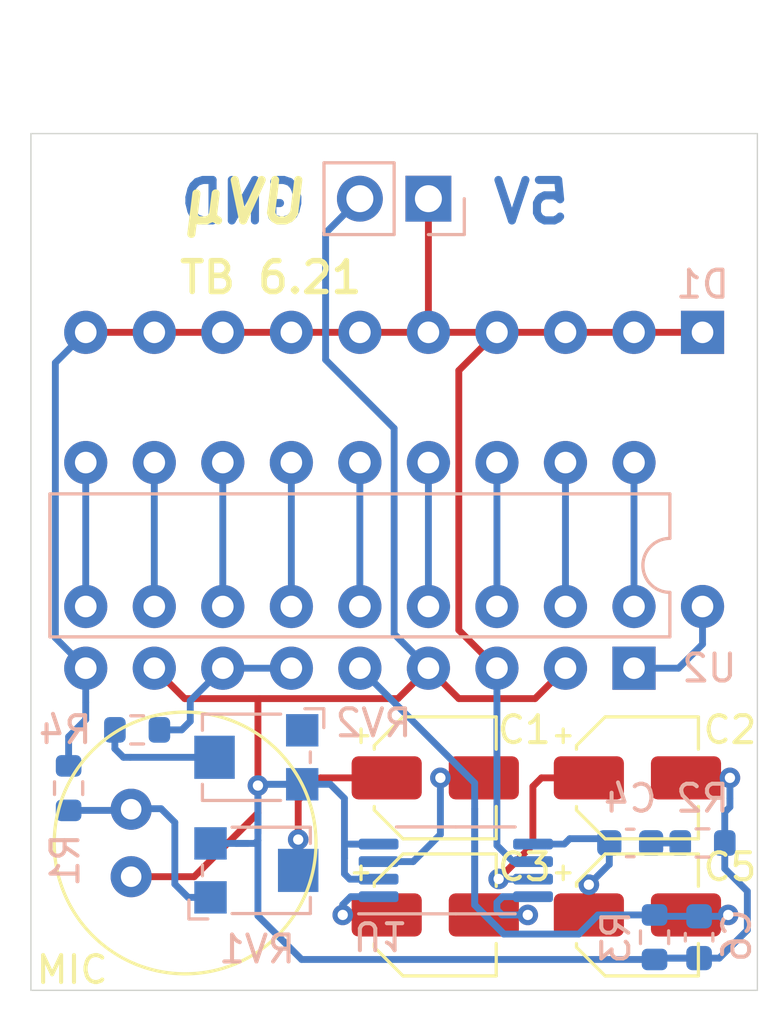
<source format=kicad_pcb>
(kicad_pcb (version 20171130) (host pcbnew "(5.1.9)-1")

  (general
    (thickness 1.6)
    (drawings 8)
    (tracks 169)
    (zones 0)
    (modules 19)
    (nets 25)
  )

  (page A4)
  (layers
    (0 F.Cu signal)
    (31 B.Cu signal)
    (32 B.Adhes user)
    (33 F.Adhes user)
    (34 B.Paste user)
    (35 F.Paste user)
    (36 B.SilkS user)
    (37 F.SilkS user hide)
    (38 B.Mask user)
    (39 F.Mask user)
    (40 Dwgs.User user)
    (41 Cmts.User user)
    (42 Eco1.User user)
    (43 Eco2.User user)
    (44 Edge.Cuts user)
    (45 Margin user)
    (46 B.CrtYd user)
    (47 F.CrtYd user)
    (48 B.Fab user)
    (49 F.Fab user)
  )

  (setup
    (last_trace_width 0.25)
    (user_trace_width 0.2032)
    (user_trace_width 0.254)
    (user_trace_width 0.508)
    (trace_clearance 0.2)
    (zone_clearance 0.508)
    (zone_45_only no)
    (trace_min 0.2)
    (via_size 0.8)
    (via_drill 0.4)
    (via_min_size 0.4)
    (via_min_drill 0.3)
    (user_via 0.762 0.381)
    (uvia_size 0.3)
    (uvia_drill 0.1)
    (uvias_allowed no)
    (uvia_min_size 0.2)
    (uvia_min_drill 0.1)
    (edge_width 0.05)
    (segment_width 0.2)
    (pcb_text_width 0.3)
    (pcb_text_size 1.5 1.5)
    (mod_edge_width 0.12)
    (mod_text_size 1 1)
    (mod_text_width 0.15)
    (pad_size 1.524 1.524)
    (pad_drill 0.762)
    (pad_to_mask_clearance 0)
    (aux_axis_origin 0 0)
    (visible_elements 7FFFFFFF)
    (pcbplotparams
      (layerselection 0x010fc_ffffffff)
      (usegerberextensions false)
      (usegerberattributes true)
      (usegerberadvancedattributes true)
      (creategerberjobfile true)
      (excludeedgelayer true)
      (linewidth 0.100000)
      (plotframeref false)
      (viasonmask false)
      (mode 1)
      (useauxorigin false)
      (hpglpennumber 1)
      (hpglpenspeed 20)
      (hpglpendiameter 15.000000)
      (psnegative false)
      (psa4output false)
      (plotreference true)
      (plotvalue true)
      (plotinvisibletext false)
      (padsonsilk false)
      (subtractmaskfromsilk false)
      (outputformat 1)
      (mirror false)
      (drillshape 0)
      (scaleselection 1)
      (outputdirectory ""))
  )

  (net 0 "")
  (net 1 "Net-(C1-Pad2)")
  (net 2 "Net-(C1-Pad1)")
  (net 3 GND)
  (net 4 "Net-(C2-Pad1)")
  (net 5 "Net-(C3-Pad2)")
  (net 6 "Net-(C3-Pad1)")
  (net 7 "Net-(C4-Pad2)")
  (net 8 "Net-(C4-Pad1)")
  (net 9 /Vsig)
  (net 10 +5V)
  (net 11 "Net-(D1-Pad11)")
  (net 12 "Net-(D1-Pad12)")
  (net 13 "Net-(D1-Pad20)")
  (net 14 "Net-(D1-Pad19)")
  (net 15 "Net-(D1-Pad18)")
  (net 16 "Net-(D1-Pad17)")
  (net 17 "Net-(D1-Pad16)")
  (net 18 "Net-(D1-Pad15)")
  (net 19 "Net-(D1-Pad14)")
  (net 20 "Net-(D1-Pad13)")
  (net 21 "Net-(MK1-Pad2)")
  (net 22 "Net-(R4-Pad2)")
  (net 23 "Net-(R4-Pad1)")
  (net 24 "Net-(RV2-Pad1)")

  (net_class Default "This is the default net class."
    (clearance 0.2)
    (trace_width 0.25)
    (via_dia 0.8)
    (via_drill 0.4)
    (uvia_dia 0.3)
    (uvia_drill 0.1)
    (add_net +5V)
    (add_net /Vsig)
    (add_net GND)
    (add_net "Net-(C1-Pad1)")
    (add_net "Net-(C1-Pad2)")
    (add_net "Net-(C2-Pad1)")
    (add_net "Net-(C3-Pad1)")
    (add_net "Net-(C3-Pad2)")
    (add_net "Net-(C4-Pad1)")
    (add_net "Net-(C4-Pad2)")
    (add_net "Net-(D1-Pad11)")
    (add_net "Net-(D1-Pad12)")
    (add_net "Net-(D1-Pad13)")
    (add_net "Net-(D1-Pad14)")
    (add_net "Net-(D1-Pad15)")
    (add_net "Net-(D1-Pad16)")
    (add_net "Net-(D1-Pad17)")
    (add_net "Net-(D1-Pad18)")
    (add_net "Net-(D1-Pad19)")
    (add_net "Net-(D1-Pad20)")
    (add_net "Net-(MK1-Pad2)")
    (add_net "Net-(R4-Pad1)")
    (add_net "Net-(R4-Pad2)")
    (add_net "Net-(RV2-Pad1)")
  )

  (module Resistor_SMD:R_0603_1608Metric (layer B.Cu) (tedit 5F68FEEE) (tstamp 60C94AD3)
    (at 99.314 99.6315 270)
    (descr "Resistor SMD 0603 (1608 Metric), square (rectangular) end terminal, IPC_7351 nominal, (Body size source: IPC-SM-782 page 72, https://www.pcb-3d.com/wordpress/wp-content/uploads/ipc-sm-782a_amendment_1_and_2.pdf), generated with kicad-footprint-generator")
    (tags resistor)
    (path /60D9F4B5)
    (attr smd)
    (fp_text reference R3 (at 0 1.43 90) (layer B.SilkS)
      (effects (font (size 1 1) (thickness 0.15)) (justify mirror))
    )
    (fp_text value 10k (at 0 -1.43 90) (layer B.Fab)
      (effects (font (size 1 1) (thickness 0.15)) (justify mirror))
    )
    (fp_line (start 1.48 -0.73) (end -1.48 -0.73) (layer B.CrtYd) (width 0.05))
    (fp_line (start 1.48 0.73) (end 1.48 -0.73) (layer B.CrtYd) (width 0.05))
    (fp_line (start -1.48 0.73) (end 1.48 0.73) (layer B.CrtYd) (width 0.05))
    (fp_line (start -1.48 -0.73) (end -1.48 0.73) (layer B.CrtYd) (width 0.05))
    (fp_line (start -0.237258 -0.5225) (end 0.237258 -0.5225) (layer B.SilkS) (width 0.12))
    (fp_line (start -0.237258 0.5225) (end 0.237258 0.5225) (layer B.SilkS) (width 0.12))
    (fp_line (start 0.8 -0.4125) (end -0.8 -0.4125) (layer B.Fab) (width 0.1))
    (fp_line (start 0.8 0.4125) (end 0.8 -0.4125) (layer B.Fab) (width 0.1))
    (fp_line (start -0.8 0.4125) (end 0.8 0.4125) (layer B.Fab) (width 0.1))
    (fp_line (start -0.8 -0.4125) (end -0.8 0.4125) (layer B.Fab) (width 0.1))
    (fp_text user %R (at 0 0 90) (layer B.Fab)
      (effects (font (size 0.4 0.4) (thickness 0.06)) (justify mirror))
    )
    (pad 2 smd roundrect (at 0.825 0 270) (size 0.8 0.95) (layers B.Cu B.Paste B.Mask) (roundrect_rratio 0.25)
      (net 3 GND))
    (pad 1 smd roundrect (at -0.825 0 270) (size 0.8 0.95) (layers B.Cu B.Paste B.Mask) (roundrect_rratio 0.25)
      (net 9 /Vsig))
    (model ${KISYS3DMOD}/Resistor_SMD.3dshapes/R_0603_1608Metric.wrl
      (at (xyz 0 0 0))
      (scale (xyz 1 1 1))
      (rotate (xyz 0 0 0))
    )
  )

  (module Capacitor_SMD:C_0603_1608Metric (layer B.Cu) (tedit 5F68FEEE) (tstamp 60C949F6)
    (at 100.965 99.6315 270)
    (descr "Capacitor SMD 0603 (1608 Metric), square (rectangular) end terminal, IPC_7351 nominal, (Body size source: IPC-SM-782 page 76, https://www.pcb-3d.com/wordpress/wp-content/uploads/ipc-sm-782a_amendment_1_and_2.pdf), generated with kicad-footprint-generator")
    (tags capacitor)
    (path /60DA6F8C)
    (attr smd)
    (fp_text reference C6 (at -0.0635 -1.397 270) (layer B.SilkS)
      (effects (font (size 1 1) (thickness 0.15)) (justify mirror))
    )
    (fp_text value 0.1uF (at 0 -1.43 90) (layer B.Fab)
      (effects (font (size 1 1) (thickness 0.15)) (justify mirror))
    )
    (fp_line (start 1.48 -0.73) (end -1.48 -0.73) (layer B.CrtYd) (width 0.05))
    (fp_line (start 1.48 0.73) (end 1.48 -0.73) (layer B.CrtYd) (width 0.05))
    (fp_line (start -1.48 0.73) (end 1.48 0.73) (layer B.CrtYd) (width 0.05))
    (fp_line (start -1.48 -0.73) (end -1.48 0.73) (layer B.CrtYd) (width 0.05))
    (fp_line (start -0.14058 -0.51) (end 0.14058 -0.51) (layer B.SilkS) (width 0.12))
    (fp_line (start -0.14058 0.51) (end 0.14058 0.51) (layer B.SilkS) (width 0.12))
    (fp_line (start 0.8 -0.4) (end -0.8 -0.4) (layer B.Fab) (width 0.1))
    (fp_line (start 0.8 0.4) (end 0.8 -0.4) (layer B.Fab) (width 0.1))
    (fp_line (start -0.8 0.4) (end 0.8 0.4) (layer B.Fab) (width 0.1))
    (fp_line (start -0.8 -0.4) (end -0.8 0.4) (layer B.Fab) (width 0.1))
    (fp_text user %R (at 0 0 90) (layer B.Fab)
      (effects (font (size 0.4 0.4) (thickness 0.06)) (justify mirror))
    )
    (pad 2 smd roundrect (at 0.775 0 270) (size 0.9 0.95) (layers B.Cu B.Paste B.Mask) (roundrect_rratio 0.25)
      (net 3 GND))
    (pad 1 smd roundrect (at -0.775 0 270) (size 0.9 0.95) (layers B.Cu B.Paste B.Mask) (roundrect_rratio 0.25)
      (net 9 /Vsig))
    (model ${KISYS3DMOD}/Capacitor_SMD.3dshapes/C_0603_1608Metric.wrl
      (at (xyz 0 0 0))
      (scale (xyz 1 1 1))
      (rotate (xyz 0 0 0))
    )
  )

  (module Package_DIP:DIP-18_W7.62mm (layer B.Cu) (tedit 5A02E8C5) (tstamp 60C91468)
    (at 98.552 89.662 90)
    (descr "18-lead though-hole mounted DIP package, row spacing 7.62 mm (300 mils)")
    (tags "THT DIP DIL PDIP 2.54mm 7.62mm 300mil")
    (path /60C750B5)
    (fp_text reference U2 (at 0 2.794 180) (layer B.SilkS)
      (effects (font (size 1 1) (thickness 0.15)) (justify mirror))
    )
    (fp_text value LM3915 (at 3.81 -22.65 90) (layer B.Fab)
      (effects (font (size 1 1) (thickness 0.15)) (justify mirror))
    )
    (fp_line (start 8.7 1.55) (end -1.1 1.55) (layer B.CrtYd) (width 0.05))
    (fp_line (start 8.7 -21.85) (end 8.7 1.55) (layer B.CrtYd) (width 0.05))
    (fp_line (start -1.1 -21.85) (end 8.7 -21.85) (layer B.CrtYd) (width 0.05))
    (fp_line (start -1.1 1.55) (end -1.1 -21.85) (layer B.CrtYd) (width 0.05))
    (fp_line (start 6.46 1.33) (end 4.81 1.33) (layer B.SilkS) (width 0.12))
    (fp_line (start 6.46 -21.65) (end 6.46 1.33) (layer B.SilkS) (width 0.12))
    (fp_line (start 1.16 -21.65) (end 6.46 -21.65) (layer B.SilkS) (width 0.12))
    (fp_line (start 1.16 1.33) (end 1.16 -21.65) (layer B.SilkS) (width 0.12))
    (fp_line (start 2.81 1.33) (end 1.16 1.33) (layer B.SilkS) (width 0.12))
    (fp_line (start 0.635 0.27) (end 1.635 1.27) (layer B.Fab) (width 0.1))
    (fp_line (start 0.635 -21.59) (end 0.635 0.27) (layer B.Fab) (width 0.1))
    (fp_line (start 6.985 -21.59) (end 0.635 -21.59) (layer B.Fab) (width 0.1))
    (fp_line (start 6.985 1.27) (end 6.985 -21.59) (layer B.Fab) (width 0.1))
    (fp_line (start 1.635 1.27) (end 6.985 1.27) (layer B.Fab) (width 0.1))
    (fp_text user %R (at 3.81 -10.16 90) (layer B.Fab)
      (effects (font (size 1 1) (thickness 0.15)) (justify mirror))
    )
    (fp_arc (start 3.81 1.33) (end 2.81 1.33) (angle 180) (layer B.SilkS) (width 0.12))
    (pad 18 thru_hole oval (at 7.62 0 90) (size 1.6 1.6) (drill 0.8) (layers *.Cu *.Mask)
      (net 14 "Net-(D1-Pad19)"))
    (pad 9 thru_hole oval (at 0 -20.32 90) (size 1.6 1.6) (drill 0.8) (layers *.Cu *.Mask)
      (net 10 +5V))
    (pad 17 thru_hole oval (at 7.62 -2.54 90) (size 1.6 1.6) (drill 0.8) (layers *.Cu *.Mask)
      (net 15 "Net-(D1-Pad18)"))
    (pad 8 thru_hole oval (at 0 -17.78 90) (size 1.6 1.6) (drill 0.8) (layers *.Cu *.Mask)
      (net 3 GND))
    (pad 16 thru_hole oval (at 7.62 -5.08 90) (size 1.6 1.6) (drill 0.8) (layers *.Cu *.Mask)
      (net 16 "Net-(D1-Pad17)"))
    (pad 7 thru_hole oval (at 0 -15.24 90) (size 1.6 1.6) (drill 0.8) (layers *.Cu *.Mask)
      (net 23 "Net-(R4-Pad1)"))
    (pad 15 thru_hole oval (at 7.62 -7.62 90) (size 1.6 1.6) (drill 0.8) (layers *.Cu *.Mask)
      (net 17 "Net-(D1-Pad16)"))
    (pad 6 thru_hole oval (at 0 -12.7 90) (size 1.6 1.6) (drill 0.8) (layers *.Cu *.Mask)
      (net 23 "Net-(R4-Pad1)"))
    (pad 14 thru_hole oval (at 7.62 -10.16 90) (size 1.6 1.6) (drill 0.8) (layers *.Cu *.Mask)
      (net 18 "Net-(D1-Pad15)"))
    (pad 5 thru_hole oval (at 0 -10.16 90) (size 1.6 1.6) (drill 0.8) (layers *.Cu *.Mask)
      (net 9 /Vsig))
    (pad 13 thru_hole oval (at 7.62 -12.7 90) (size 1.6 1.6) (drill 0.8) (layers *.Cu *.Mask)
      (net 19 "Net-(D1-Pad14)"))
    (pad 4 thru_hole oval (at 0 -7.62 90) (size 1.6 1.6) (drill 0.8) (layers *.Cu *.Mask)
      (net 3 GND))
    (pad 12 thru_hole oval (at 7.62 -15.24 90) (size 1.6 1.6) (drill 0.8) (layers *.Cu *.Mask)
      (net 20 "Net-(D1-Pad13)"))
    (pad 3 thru_hole oval (at 0 -5.08 90) (size 1.6 1.6) (drill 0.8) (layers *.Cu *.Mask)
      (net 10 +5V))
    (pad 11 thru_hole oval (at 7.62 -17.78 90) (size 1.6 1.6) (drill 0.8) (layers *.Cu *.Mask)
      (net 12 "Net-(D1-Pad12)"))
    (pad 2 thru_hole oval (at 0 -2.54 90) (size 1.6 1.6) (drill 0.8) (layers *.Cu *.Mask)
      (net 3 GND))
    (pad 10 thru_hole oval (at 7.62 -20.32 90) (size 1.6 1.6) (drill 0.8) (layers *.Cu *.Mask)
      (net 11 "Net-(D1-Pad11)"))
    (pad 1 thru_hole rect (at 0 0 90) (size 1.6 1.6) (drill 0.8) (layers *.Cu *.Mask)
      (net 13 "Net-(D1-Pad20)"))
    (model ${KISYS3DMOD}/Package_DIP.3dshapes/DIP-18_W7.62mm.wrl
      (at (xyz 0 0 0))
      (scale (xyz 1 1 1))
      (rotate (xyz 0 0 0))
    )
  )

  (module Package_SO:TSSOP-8_4.4x3mm_P0.65mm (layer B.Cu) (tedit 5E476F32) (tstamp 60C91442)
    (at 91.948 97.155)
    (descr "TSSOP, 8 Pin (JEDEC MO-153 Var AA https://www.jedec.org/document_search?search_api_views_fulltext=MO-153), generated with kicad-footprint-generator ipc_gullwing_generator.py")
    (tags "TSSOP SO")
    (path /60D26702)
    (attr smd)
    (fp_text reference U1 (at -2.794 2.413 180 unlocked) (layer B.SilkS)
      (effects (font (size 1 1) (thickness 0.15)) (justify mirror))
    )
    (fp_text value LM386MMX-1/NOPB (at 0 -2.45) (layer B.Fab)
      (effects (font (size 1 1) (thickness 0.15)) (justify mirror))
    )
    (fp_line (start 3.85 1.75) (end -3.85 1.75) (layer B.CrtYd) (width 0.05))
    (fp_line (start 3.85 -1.75) (end 3.85 1.75) (layer B.CrtYd) (width 0.05))
    (fp_line (start -3.85 -1.75) (end 3.85 -1.75) (layer B.CrtYd) (width 0.05))
    (fp_line (start -3.85 1.75) (end -3.85 -1.75) (layer B.CrtYd) (width 0.05))
    (fp_line (start -2.2 0.75) (end -1.45 1.5) (layer B.Fab) (width 0.1))
    (fp_line (start -2.2 -1.5) (end -2.2 0.75) (layer B.Fab) (width 0.1))
    (fp_line (start 2.2 -1.5) (end -2.2 -1.5) (layer B.Fab) (width 0.1))
    (fp_line (start 2.2 1.5) (end 2.2 -1.5) (layer B.Fab) (width 0.1))
    (fp_line (start -1.45 1.5) (end 2.2 1.5) (layer B.Fab) (width 0.1))
    (fp_line (start 0 1.61) (end -3.6 1.61) (layer B.SilkS) (width 0.12))
    (fp_line (start 0 1.61) (end 2.2 1.61) (layer B.SilkS) (width 0.12))
    (fp_line (start 0 -1.61) (end -2.2 -1.61) (layer B.SilkS) (width 0.12))
    (fp_line (start 0 -1.61) (end 2.2 -1.61) (layer B.SilkS) (width 0.12))
    (fp_text user %R (at 0 0) (layer B.Fab)
      (effects (font (size 1 1) (thickness 0.15)) (justify mirror))
    )
    (pad 8 smd roundrect (at 2.8625 0.975) (size 1.475 0.4) (layers B.Cu B.Paste B.Mask) (roundrect_rratio 0.25)
      (net 5 "Net-(C3-Pad2)"))
    (pad 7 smd roundrect (at 2.8625 0.325) (size 1.475 0.4) (layers B.Cu B.Paste B.Mask) (roundrect_rratio 0.25)
      (net 4 "Net-(C2-Pad1)"))
    (pad 6 smd roundrect (at 2.8625 -0.325) (size 1.475 0.4) (layers B.Cu B.Paste B.Mask) (roundrect_rratio 0.25)
      (net 10 +5V))
    (pad 5 smd roundrect (at 2.8625 -0.975) (size 1.475 0.4) (layers B.Cu B.Paste B.Mask) (roundrect_rratio 0.25)
      (net 8 "Net-(C4-Pad1)"))
    (pad 4 smd roundrect (at -2.8625 -0.975) (size 1.475 0.4) (layers B.Cu B.Paste B.Mask) (roundrect_rratio 0.25)
      (net 3 GND))
    (pad 3 smd roundrect (at -2.8625 -0.325) (size 1.475 0.4) (layers B.Cu B.Paste B.Mask) (roundrect_rratio 0.25)
      (net 1 "Net-(C1-Pad2)"))
    (pad 2 smd roundrect (at -2.8625 0.325) (size 1.475 0.4) (layers B.Cu B.Paste B.Mask) (roundrect_rratio 0.25)
      (net 3 GND))
    (pad 1 smd roundrect (at -2.8625 0.975) (size 1.475 0.4) (layers B.Cu B.Paste B.Mask) (roundrect_rratio 0.25)
      (net 6 "Net-(C3-Pad1)"))
    (model ${KISYS3DMOD}/Package_SO.3dshapes/TSSOP-8_4.4x3mm_P0.65mm.wrl
      (at (xyz 0 0 0))
      (scale (xyz 1 1 1))
      (rotate (xyz 0 0 0))
    )
  )

  (module Potentiometer_SMD:Potentiometer_Bourns_TC33X_Vertical (layer B.Cu) (tedit 5C165D15) (tstamp 60C91428)
    (at 84.455 92.964 180)
    (descr "Potentiometer, Bourns, TC33X, Vertical, https://www.bourns.com/pdfs/TC33.pdf")
    (tags "Potentiometer Bourns TC33X Vertical")
    (path /60DE8857)
    (attr smd)
    (fp_text reference RV2 (at -4.445 1.27) (layer B.SilkS)
      (effects (font (size 1 1) (thickness 0.15)) (justify mirror))
    )
    (fp_text value 10k (at 0 -2.5) (layer B.Fab)
      (effects (font (size 1 1) (thickness 0.15)) (justify mirror))
    )
    (fp_circle (center 0 0) (end 1.8 0) (layer Dwgs.User) (width 0.05))
    (fp_line (start -2.65 -1.85) (end -2.65 1.85) (layer B.CrtYd) (width 0.05))
    (fp_line (start 2.45 -1.85) (end -2.65 -1.85) (layer B.CrtYd) (width 0.05))
    (fp_line (start 2.45 1.85) (end 2.45 -1.85) (layer B.CrtYd) (width 0.05))
    (fp_line (start -2.65 1.85) (end 2.45 1.85) (layer B.CrtYd) (width 0.05))
    (fp_line (start -2.6 1.8) (end -2.6 1.1) (layer B.SilkS) (width 0.12))
    (fp_line (start -1.9 1.8) (end -2.6 1.8) (layer B.SilkS) (width 0.12))
    (fp_line (start 1.9 -1.6) (end 1.9 -1) (layer B.SilkS) (width 0.12))
    (fp_line (start -1 -1.6) (end 1.9 -1.6) (layer B.SilkS) (width 0.12))
    (fp_line (start 1.9 1.6) (end 1.9 1) (layer B.SilkS) (width 0.12))
    (fp_line (start -1 1.6) (end 1.9 1.6) (layer B.SilkS) (width 0.12))
    (fp_line (start -2.1 0.2) (end -2.1 -0.2) (layer B.SilkS) (width 0.12))
    (fp_line (start -1.25 1.5) (end -2 0.75) (layer B.Fab) (width 0.1))
    (fp_line (start 1.8 1.5) (end -1.25 1.5) (layer B.Fab) (width 0.1))
    (fp_line (start 1.8 -1.5) (end 1.8 1.5) (layer B.Fab) (width 0.1))
    (fp_line (start -2 -1.5) (end 1.8 -1.5) (layer B.Fab) (width 0.1))
    (fp_line (start -2 0.75) (end -2 -1.5) (layer B.Fab) (width 0.1))
    (fp_circle (center 0 0) (end 1.5 0) (layer B.Fab) (width 0.1))
    (fp_text user "Wiper may be\nanywhere within\ncircle shown" (at -0.15 0.8) (layer Cmts.User)
      (effects (font (size 0.15 0.15) (thickness 0.02)))
    )
    (fp_text user %R (at 0 0) (layer B.Fab)
      (effects (font (size 0.7 0.7) (thickness 0.105)) (justify mirror))
    )
    (pad 2 smd rect (at 1.45 0 180) (size 1.5 1.6) (layers B.Cu B.Paste B.Mask)
      (net 22 "Net-(R4-Pad2)"))
    (pad 3 smd rect (at -1.8 -1 180) (size 1.2 1.2) (layers B.Cu B.Paste B.Mask)
      (net 3 GND))
    (pad 1 smd rect (at -1.8 1 180) (size 1.2 1.2) (layers B.Cu B.Paste B.Mask)
      (net 24 "Net-(RV2-Pad1)"))
    (model ${KISYS3DMOD}/Potentiometer_SMD.3dshapes/Potentiometer_Bourns_TC33X_Vertical.wrl
      (at (xyz 0 0 0))
      (scale (xyz 1 1 1))
      (rotate (xyz 0 0 0))
    )
  )

  (module Potentiometer_SMD:Potentiometer_Bourns_TC33X_Vertical (layer B.Cu) (tedit 5C165D15) (tstamp 60C9140D)
    (at 84.656 97.155)
    (descr "Potentiometer, Bourns, TC33X, Vertical, https://www.bourns.com/pdfs/TC33.pdf")
    (tags "Potentiometer Bourns TC33X Vertical")
    (path /60DFEF7C)
    (attr smd)
    (fp_text reference RV1 (at -0.074 2.921) (layer B.SilkS)
      (effects (font (size 1 1) (thickness 0.15)) (justify mirror))
    )
    (fp_text value 10k (at 0 -2.5) (layer B.Fab)
      (effects (font (size 1 1) (thickness 0.15)) (justify mirror))
    )
    (fp_circle (center 0 0) (end 1.8 0) (layer Dwgs.User) (width 0.05))
    (fp_line (start -2.65 -1.85) (end -2.65 1.85) (layer B.CrtYd) (width 0.05))
    (fp_line (start 2.45 -1.85) (end -2.65 -1.85) (layer B.CrtYd) (width 0.05))
    (fp_line (start 2.45 1.85) (end 2.45 -1.85) (layer B.CrtYd) (width 0.05))
    (fp_line (start -2.65 1.85) (end 2.45 1.85) (layer B.CrtYd) (width 0.05))
    (fp_line (start -2.6 1.8) (end -2.6 1.1) (layer B.SilkS) (width 0.12))
    (fp_line (start -1.9 1.8) (end -2.6 1.8) (layer B.SilkS) (width 0.12))
    (fp_line (start 1.9 -1.6) (end 1.9 -1) (layer B.SilkS) (width 0.12))
    (fp_line (start -1 -1.6) (end 1.9 -1.6) (layer B.SilkS) (width 0.12))
    (fp_line (start 1.9 1.6) (end 1.9 1) (layer B.SilkS) (width 0.12))
    (fp_line (start -1 1.6) (end 1.9 1.6) (layer B.SilkS) (width 0.12))
    (fp_line (start -2.1 0.2) (end -2.1 -0.2) (layer B.SilkS) (width 0.12))
    (fp_line (start -1.25 1.5) (end -2 0.75) (layer B.Fab) (width 0.1))
    (fp_line (start 1.8 1.5) (end -1.25 1.5) (layer B.Fab) (width 0.1))
    (fp_line (start 1.8 -1.5) (end 1.8 1.5) (layer B.Fab) (width 0.1))
    (fp_line (start -2 -1.5) (end 1.8 -1.5) (layer B.Fab) (width 0.1))
    (fp_line (start -2 0.75) (end -2 -1.5) (layer B.Fab) (width 0.1))
    (fp_circle (center 0 0) (end 1.5 0) (layer B.Fab) (width 0.1))
    (fp_text user "Wiper may be\nanywhere within\ncircle shown" (at -0.15 0.8) (layer Cmts.User)
      (effects (font (size 0.15 0.15) (thickness 0.02)))
    )
    (fp_text user %R (at 0 0) (layer B.Fab)
      (effects (font (size 0.7 0.7) (thickness 0.105)) (justify mirror))
    )
    (pad 2 smd rect (at 1.45 0) (size 1.5 1.6) (layers B.Cu B.Paste B.Mask)
      (net 2 "Net-(C1-Pad1)"))
    (pad 3 smd rect (at -1.8 -1) (size 1.2 1.2) (layers B.Cu B.Paste B.Mask)
      (net 3 GND))
    (pad 1 smd rect (at -1.8 1) (size 1.2 1.2) (layers B.Cu B.Paste B.Mask)
      (net 21 "Net-(MK1-Pad2)"))
    (model ${KISYS3DMOD}/Potentiometer_SMD.3dshapes/Potentiometer_Bourns_TC33X_Vertical.wrl
      (at (xyz 0 0 0))
      (scale (xyz 1 1 1))
      (rotate (xyz 0 0 0))
    )
  )

  (module Resistor_SMD:R_0603_1608Metric (layer B.Cu) (tedit 5F68FEEE) (tstamp 60C913F2)
    (at 80.137 91.948 180)
    (descr "Resistor SMD 0603 (1608 Metric), square (rectangular) end terminal, IPC_7351 nominal, (Body size source: IPC-SM-782 page 72, https://www.pcb-3d.com/wordpress/wp-content/uploads/ipc-sm-782a_amendment_1_and_2.pdf), generated with kicad-footprint-generator")
    (tags resistor)
    (path /60D0687D)
    (attr smd)
    (fp_text reference R4 (at 2.667 0) (layer B.SilkS)
      (effects (font (size 1 1) (thickness 0.15)) (justify mirror))
    )
    (fp_text value 1k (at 0 -1.43) (layer B.Fab)
      (effects (font (size 1 1) (thickness 0.15)) (justify mirror))
    )
    (fp_line (start 1.48 -0.73) (end -1.48 -0.73) (layer B.CrtYd) (width 0.05))
    (fp_line (start 1.48 0.73) (end 1.48 -0.73) (layer B.CrtYd) (width 0.05))
    (fp_line (start -1.48 0.73) (end 1.48 0.73) (layer B.CrtYd) (width 0.05))
    (fp_line (start -1.48 -0.73) (end -1.48 0.73) (layer B.CrtYd) (width 0.05))
    (fp_line (start -0.237258 -0.5225) (end 0.237258 -0.5225) (layer B.SilkS) (width 0.12))
    (fp_line (start -0.237258 0.5225) (end 0.237258 0.5225) (layer B.SilkS) (width 0.12))
    (fp_line (start 0.8 -0.4125) (end -0.8 -0.4125) (layer B.Fab) (width 0.1))
    (fp_line (start 0.8 0.4125) (end 0.8 -0.4125) (layer B.Fab) (width 0.1))
    (fp_line (start -0.8 0.4125) (end 0.8 0.4125) (layer B.Fab) (width 0.1))
    (fp_line (start -0.8 -0.4125) (end -0.8 0.4125) (layer B.Fab) (width 0.1))
    (fp_text user %R (at 0 0) (layer B.Fab)
      (effects (font (size 0.4 0.4) (thickness 0.06)) (justify mirror))
    )
    (pad 2 smd roundrect (at 0.825 0 180) (size 0.8 0.95) (layers B.Cu B.Paste B.Mask) (roundrect_rratio 0.25)
      (net 22 "Net-(R4-Pad2)"))
    (pad 1 smd roundrect (at -0.825 0 180) (size 0.8 0.95) (layers B.Cu B.Paste B.Mask) (roundrect_rratio 0.25)
      (net 23 "Net-(R4-Pad1)"))
    (model ${KISYS3DMOD}/Resistor_SMD.3dshapes/R_0603_1608Metric.wrl
      (at (xyz 0 0 0))
      (scale (xyz 1 1 1))
      (rotate (xyz 0 0 0))
    )
  )

  (module Resistor_SMD:R_0603_1608Metric (layer B.Cu) (tedit 5F68FEEE) (tstamp 60C913D0)
    (at 101.092 96.139)
    (descr "Resistor SMD 0603 (1608 Metric), square (rectangular) end terminal, IPC_7351 nominal, (Body size source: IPC-SM-782 page 72, https://www.pcb-3d.com/wordpress/wp-content/uploads/ipc-sm-782a_amendment_1_and_2.pdf), generated with kicad-footprint-generator")
    (tags resistor)
    (path /60D8B418)
    (attr smd)
    (fp_text reference R2 (at 0 -1.651) (layer B.SilkS)
      (effects (font (size 1 1) (thickness 0.15)) (justify mirror))
    )
    (fp_text value 10R (at 0 -1.43) (layer B.Fab)
      (effects (font (size 1 1) (thickness 0.15)) (justify mirror))
    )
    (fp_line (start 1.48 -0.73) (end -1.48 -0.73) (layer B.CrtYd) (width 0.05))
    (fp_line (start 1.48 0.73) (end 1.48 -0.73) (layer B.CrtYd) (width 0.05))
    (fp_line (start -1.48 0.73) (end 1.48 0.73) (layer B.CrtYd) (width 0.05))
    (fp_line (start -1.48 -0.73) (end -1.48 0.73) (layer B.CrtYd) (width 0.05))
    (fp_line (start -0.237258 -0.5225) (end 0.237258 -0.5225) (layer B.SilkS) (width 0.12))
    (fp_line (start -0.237258 0.5225) (end 0.237258 0.5225) (layer B.SilkS) (width 0.12))
    (fp_line (start 0.8 -0.4125) (end -0.8 -0.4125) (layer B.Fab) (width 0.1))
    (fp_line (start 0.8 0.4125) (end 0.8 -0.4125) (layer B.Fab) (width 0.1))
    (fp_line (start -0.8 0.4125) (end 0.8 0.4125) (layer B.Fab) (width 0.1))
    (fp_line (start -0.8 -0.4125) (end -0.8 0.4125) (layer B.Fab) (width 0.1))
    (fp_text user %R (at 0 0) (layer B.Fab)
      (effects (font (size 0.4 0.4) (thickness 0.06)) (justify mirror))
    )
    (pad 2 smd roundrect (at 0.825 0) (size 0.8 0.95) (layers B.Cu B.Paste B.Mask) (roundrect_rratio 0.25)
      (net 3 GND))
    (pad 1 smd roundrect (at -0.825 0) (size 0.8 0.95) (layers B.Cu B.Paste B.Mask) (roundrect_rratio 0.25)
      (net 7 "Net-(C4-Pad2)"))
    (model ${KISYS3DMOD}/Resistor_SMD.3dshapes/R_0603_1608Metric.wrl
      (at (xyz 0 0 0))
      (scale (xyz 1 1 1))
      (rotate (xyz 0 0 0))
    )
  )

  (module Resistor_SMD:R_0603_1608Metric (layer B.Cu) (tedit 5F68FEEE) (tstamp 60C913BF)
    (at 77.597 94.107 270)
    (descr "Resistor SMD 0603 (1608 Metric), square (rectangular) end terminal, IPC_7351 nominal, (Body size source: IPC-SM-782 page 72, https://www.pcb-3d.com/wordpress/wp-content/uploads/ipc-sm-782a_amendment_1_and_2.pdf), generated with kicad-footprint-generator")
    (tags resistor)
    (path /60D6C2F3)
    (attr smd)
    (fp_text reference R1 (at 2.667 0.127 90) (layer B.SilkS)
      (effects (font (size 1 1) (thickness 0.15)) (justify mirror))
    )
    (fp_text value 2.2k (at 0 -1.43 90) (layer B.Fab)
      (effects (font (size 1 1) (thickness 0.15)) (justify mirror))
    )
    (fp_line (start 1.48 -0.73) (end -1.48 -0.73) (layer B.CrtYd) (width 0.05))
    (fp_line (start 1.48 0.73) (end 1.48 -0.73) (layer B.CrtYd) (width 0.05))
    (fp_line (start -1.48 0.73) (end 1.48 0.73) (layer B.CrtYd) (width 0.05))
    (fp_line (start -1.48 -0.73) (end -1.48 0.73) (layer B.CrtYd) (width 0.05))
    (fp_line (start -0.237258 -0.5225) (end 0.237258 -0.5225) (layer B.SilkS) (width 0.12))
    (fp_line (start -0.237258 0.5225) (end 0.237258 0.5225) (layer B.SilkS) (width 0.12))
    (fp_line (start 0.8 -0.4125) (end -0.8 -0.4125) (layer B.Fab) (width 0.1))
    (fp_line (start 0.8 0.4125) (end 0.8 -0.4125) (layer B.Fab) (width 0.1))
    (fp_line (start -0.8 0.4125) (end 0.8 0.4125) (layer B.Fab) (width 0.1))
    (fp_line (start -0.8 -0.4125) (end -0.8 0.4125) (layer B.Fab) (width 0.1))
    (fp_text user %R (at 0 0 90) (layer B.Fab)
      (effects (font (size 0.4 0.4) (thickness 0.06)) (justify mirror))
    )
    (pad 2 smd roundrect (at 0.825 0 270) (size 0.8 0.95) (layers B.Cu B.Paste B.Mask) (roundrect_rratio 0.25)
      (net 21 "Net-(MK1-Pad2)"))
    (pad 1 smd roundrect (at -0.825 0 270) (size 0.8 0.95) (layers B.Cu B.Paste B.Mask) (roundrect_rratio 0.25)
      (net 10 +5V))
    (model ${KISYS3DMOD}/Resistor_SMD.3dshapes/R_0603_1608Metric.wrl
      (at (xyz 0 0 0))
      (scale (xyz 1 1 1))
      (rotate (xyz 0 0 0))
    )
  )

  (module My_Library:CMA-6542PF (layer F.Cu) (tedit 60C767C9) (tstamp 60C913AE)
    (at 81.915 96.139 180)
    (path /60D17323)
    (fp_text reference MIC (at 4.191 -4.699) (layer F.SilkS)
      (effects (font (size 1 1) (thickness 0.15)))
    )
    (fp_text value CMA-6542PF (at 0 0) (layer F.Fab)
      (effects (font (size 1 1) (thickness 0.15)))
    )
    (fp_circle (center 0 0) (end 4.85 0) (layer F.SilkS) (width 0.12))
    (pad 2 thru_hole circle (at 2 1.25 180) (size 1.524 1.524) (drill 0.762) (layers *.Cu *.Mask)
      (net 21 "Net-(MK1-Pad2)"))
    (pad 1 thru_hole circle (at 2 -1.25 270) (size 1.524 1.524) (drill 0.762) (layers *.Cu *.Mask)
      (net 3 GND))
  )

  (module Connector_PinHeader_2.54mm:PinHeader_1x02_P2.54mm_Vertical (layer B.Cu) (tedit 59FED5CC) (tstamp 60C913A7)
    (at 90.932 72.263 90)
    (descr "Through hole straight pin header, 1x02, 2.54mm pitch, single row")
    (tags "Through hole pin header THT 1x02 2.54mm single row")
    (path /61006B28)
    (fp_text reference J1 (at 0 2.33 90) (layer B.SilkS) hide
      (effects (font (size 1 1) (thickness 0.15)) (justify mirror))
    )
    (fp_text value SSW-102-01-T-S (at 0 -4.87 90) (layer B.Fab)
      (effects (font (size 1 1) (thickness 0.15)) (justify mirror))
    )
    (fp_line (start 1.8 1.8) (end -1.8 1.8) (layer B.CrtYd) (width 0.05))
    (fp_line (start 1.8 -4.35) (end 1.8 1.8) (layer B.CrtYd) (width 0.05))
    (fp_line (start -1.8 -4.35) (end 1.8 -4.35) (layer B.CrtYd) (width 0.05))
    (fp_line (start -1.8 1.8) (end -1.8 -4.35) (layer B.CrtYd) (width 0.05))
    (fp_line (start -1.33 1.33) (end 0 1.33) (layer B.SilkS) (width 0.12))
    (fp_line (start -1.33 0) (end -1.33 1.33) (layer B.SilkS) (width 0.12))
    (fp_line (start -1.33 -1.27) (end 1.33 -1.27) (layer B.SilkS) (width 0.12))
    (fp_line (start 1.33 -1.27) (end 1.33 -3.87) (layer B.SilkS) (width 0.12))
    (fp_line (start -1.33 -1.27) (end -1.33 -3.87) (layer B.SilkS) (width 0.12))
    (fp_line (start -1.33 -3.87) (end 1.33 -3.87) (layer B.SilkS) (width 0.12))
    (fp_line (start -1.27 0.635) (end -0.635 1.27) (layer B.Fab) (width 0.1))
    (fp_line (start -1.27 -3.81) (end -1.27 0.635) (layer B.Fab) (width 0.1))
    (fp_line (start 1.27 -3.81) (end -1.27 -3.81) (layer B.Fab) (width 0.1))
    (fp_line (start 1.27 1.27) (end 1.27 -3.81) (layer B.Fab) (width 0.1))
    (fp_line (start -0.635 1.27) (end 1.27 1.27) (layer B.Fab) (width 0.1))
    (fp_text user %R (at 0 -1.27 180) (layer B.Fab)
      (effects (font (size 1 1) (thickness 0.15)) (justify mirror))
    )
    (pad 2 thru_hole oval (at 0 -2.54 90) (size 1.7 1.7) (drill 1) (layers *.Cu *.Mask)
      (net 3 GND))
    (pad 1 thru_hole rect (at 0 0 90) (size 1.7 1.7) (drill 1) (layers *.Cu *.Mask)
      (net 10 +5V))
    (model ${KISYS3DMOD}/Connector_PinHeader_2.54mm.3dshapes/PinHeader_1x02_P2.54mm_Vertical.wrl
      (at (xyz 0 0 0))
      (scale (xyz 1 1 1))
      (rotate (xyz 0 0 0))
    )
  )

  (module MountingHole:MountingHole_2.2mm_M2 (layer F.Cu) (tedit 56D1B4CB) (tstamp 60C91391)
    (at 100.584 72.39)
    (descr "Mounting Hole 2.2mm, no annular, M2")
    (tags "mounting hole 2.2mm no annular m2")
    (path /610FCC0B)
    (attr virtual)
    (fp_text reference H2 (at 0 -3.2) (layer F.SilkS) hide
      (effects (font (size 1 1) (thickness 0.15)))
    )
    (fp_text value M2.5 (at 0 3.2) (layer F.Fab)
      (effects (font (size 1 1) (thickness 0.15)))
    )
    (fp_circle (center 0 0) (end 2.45 0) (layer F.CrtYd) (width 0.05))
    (fp_circle (center 0 0) (end 2.2 0) (layer Cmts.User) (width 0.15))
    (fp_text user %R (at 0.3 0) (layer F.Fab)
      (effects (font (size 1 1) (thickness 0.15)))
    )
    (pad 1 np_thru_hole circle (at 0 0) (size 2.2 2.2) (drill 2.2) (layers *.Cu *.Mask))
  )

  (module MountingHole:MountingHole_2.2mm_M2 (layer F.Cu) (tedit 56D1B4CB) (tstamp 60C91389)
    (at 78.74 72.39)
    (descr "Mounting Hole 2.2mm, no annular, M2")
    (tags "mounting hole 2.2mm no annular m2")
    (path /610F1028)
    (attr virtual)
    (fp_text reference H1 (at 0 -3.2) (layer F.SilkS) hide
      (effects (font (size 1 1) (thickness 0.15)))
    )
    (fp_text value M2.2 (at 0 3.2) (layer F.Fab)
      (effects (font (size 1 1) (thickness 0.15)))
    )
    (fp_circle (center 0 0) (end 2.45 0) (layer F.CrtYd) (width 0.05))
    (fp_circle (center 0 0) (end 2.2 0) (layer Cmts.User) (width 0.15))
    (fp_text user %R (at 0.3 0) (layer F.Fab)
      (effects (font (size 1 1) (thickness 0.15)))
    )
    (pad 1 np_thru_hole circle (at 0 0) (size 2.2 2.2) (drill 2.2) (layers *.Cu *.Mask))
  )

  (module My_Library:DIP-16_W10.16mm (layer F.Cu) (tedit 60C76B0E) (tstamp 60C95EAE)
    (at 101.092 77.216 270)
    (descr "16-lead though-hole mounted DIP package, row spacing 10.16 mm (400 mils)")
    (tags "THT DIP DIL PDIP 2.54mm 10.16mm 400mil")
    (path /60C7A700)
    (fp_text reference D1 (at -1.778 0) (layer B.SilkS)
      (effects (font (size 1 1) (thickness 0.15)) (justify mirror))
    )
    (fp_text value DC10 (at 5.08 20.11 90) (layer F.Fab)
      (effects (font (size 1 1) (thickness 0.15)))
    )
    (fp_line (start 1.905 -0.27) (end 2.905 -1.27) (layer F.Fab) (width 0.1))
    (fp_line (start 1.905 19.05) (end 1.905 -0.27) (layer F.Fab) (width 0.1))
    (fp_line (start 8.255 19.05) (end 1.905 19.05) (layer F.Fab) (width 0.1))
    (fp_line (start 8.255 -1.27) (end 8.255 19.05) (layer F.Fab) (width 0.1))
    (fp_line (start 2.905 -1.27) (end 8.255 -1.27) (layer F.Fab) (width 0.1))
    (fp_text user %R (at 5.08 8.89 90) (layer F.Fab)
      (effects (font (size 1 1) (thickness 0.15)))
    )
    (pad 10 thru_hole oval (at 0 22.86 270) (size 1.6 1.6) (drill 0.8) (layers *.Cu *.Mask)
      (net 10 +5V))
    (pad 11 thru_hole oval (at 10.16 22.86 270) (size 1.6 1.6) (drill 0.8) (layers *.Cu *.Mask)
      (net 11 "Net-(D1-Pad11)"))
    (pad 9 thru_hole oval (at 0 20.32 270) (size 1.6 1.6) (drill 0.8) (layers *.Cu *.Mask)
      (net 10 +5V))
    (pad 12 thru_hole oval (at 10.16 20.32 270) (size 1.6 1.6) (drill 0.8) (layers *.Cu *.Mask)
      (net 12 "Net-(D1-Pad12)"))
    (pad 20 thru_hole oval (at 10.16 0 270) (size 1.6 1.6) (drill 0.8) (layers *.Cu *.Mask)
      (net 13 "Net-(D1-Pad20)"))
    (pad 8 thru_hole oval (at 0 17.78 270) (size 1.6 1.6) (drill 0.8) (layers *.Cu *.Mask)
      (net 10 +5V))
    (pad 19 thru_hole oval (at 10.16 2.54 270) (size 1.6 1.6) (drill 0.8) (layers *.Cu *.Mask)
      (net 14 "Net-(D1-Pad19)"))
    (pad 7 thru_hole oval (at 0 15.24 270) (size 1.6 1.6) (drill 0.8) (layers *.Cu *.Mask)
      (net 10 +5V))
    (pad 18 thru_hole oval (at 10.16 5.08 270) (size 1.6 1.6) (drill 0.8) (layers *.Cu *.Mask)
      (net 15 "Net-(D1-Pad18)"))
    (pad 6 thru_hole oval (at 0 12.7 270) (size 1.6 1.6) (drill 0.8) (layers *.Cu *.Mask)
      (net 10 +5V))
    (pad 17 thru_hole oval (at 10.16 7.62 270) (size 1.6 1.6) (drill 0.8) (layers *.Cu *.Mask)
      (net 16 "Net-(D1-Pad17)"))
    (pad 5 thru_hole oval (at 0 10.16 270) (size 1.6 1.6) (drill 0.8) (layers *.Cu *.Mask)
      (net 10 +5V))
    (pad 16 thru_hole oval (at 10.16 10.16 270) (size 1.6 1.6) (drill 0.8) (layers *.Cu *.Mask)
      (net 17 "Net-(D1-Pad16)"))
    (pad 4 thru_hole oval (at 0 7.62 270) (size 1.6 1.6) (drill 0.8) (layers *.Cu *.Mask)
      (net 10 +5V))
    (pad 15 thru_hole oval (at 10.16 12.7 270) (size 1.6 1.6) (drill 0.8) (layers *.Cu *.Mask)
      (net 18 "Net-(D1-Pad15)"))
    (pad 3 thru_hole oval (at 0 5.08 270) (size 1.6 1.6) (drill 0.8) (layers *.Cu *.Mask)
      (net 10 +5V))
    (pad 14 thru_hole oval (at 10.16 15.24 270) (size 1.6 1.6) (drill 0.8) (layers *.Cu *.Mask)
      (net 19 "Net-(D1-Pad14)"))
    (pad 2 thru_hole oval (at 0 2.54 270) (size 1.6 1.6) (drill 0.8) (layers *.Cu *.Mask)
      (net 10 +5V))
    (pad 13 thru_hole oval (at 10.16 17.78 270) (size 1.6 1.6) (drill 0.8) (layers *.Cu *.Mask)
      (net 20 "Net-(D1-Pad13)"))
    (pad 1 thru_hole rect (at 0 0 270) (size 1.6 1.6) (drill 0.8) (layers *.Cu *.Mask)
      (net 10 +5V))
    (model ${KISYS3DMOD}/Package_DIP.3dshapes/DIP-16_W10.16mm.wrl
      (at (xyz 0 0 0))
      (scale (xyz 1 1 1))
      (rotate (xyz 0 0 0))
    )
  )

  (module Capacitor_SMD:CP_Elec_4x3 (layer F.Cu) (tedit 5BCA39CF) (tstamp 60C91352)
    (at 98.679 98.806)
    (descr "SMD capacitor, aluminum electrolytic, Nichicon, 4.0x3mm")
    (tags "capacitor electrolytic")
    (path /60D34546)
    (attr smd)
    (fp_text reference C5 (at 3.429 -1.778) (layer F.SilkS)
      (effects (font (size 1 1) (thickness 0.15)))
    )
    (fp_text value 10uF (at 0 3.2) (layer F.Fab)
      (effects (font (size 1 1) (thickness 0.15)))
    )
    (fp_line (start -3.35 1.05) (end -2.4 1.05) (layer F.CrtYd) (width 0.05))
    (fp_line (start -3.35 -1.05) (end -3.35 1.05) (layer F.CrtYd) (width 0.05))
    (fp_line (start -2.4 -1.05) (end -3.35 -1.05) (layer F.CrtYd) (width 0.05))
    (fp_line (start -2.4 1.05) (end -2.4 1.25) (layer F.CrtYd) (width 0.05))
    (fp_line (start -2.4 -1.25) (end -2.4 -1.05) (layer F.CrtYd) (width 0.05))
    (fp_line (start -2.4 -1.25) (end -1.25 -2.4) (layer F.CrtYd) (width 0.05))
    (fp_line (start -2.4 1.25) (end -1.25 2.4) (layer F.CrtYd) (width 0.05))
    (fp_line (start -1.25 -2.4) (end 2.4 -2.4) (layer F.CrtYd) (width 0.05))
    (fp_line (start -1.25 2.4) (end 2.4 2.4) (layer F.CrtYd) (width 0.05))
    (fp_line (start 2.4 1.05) (end 2.4 2.4) (layer F.CrtYd) (width 0.05))
    (fp_line (start 3.35 1.05) (end 2.4 1.05) (layer F.CrtYd) (width 0.05))
    (fp_line (start 3.35 -1.05) (end 3.35 1.05) (layer F.CrtYd) (width 0.05))
    (fp_line (start 2.4 -1.05) (end 3.35 -1.05) (layer F.CrtYd) (width 0.05))
    (fp_line (start 2.4 -2.4) (end 2.4 -1.05) (layer F.CrtYd) (width 0.05))
    (fp_line (start -2.75 -1.81) (end -2.75 -1.31) (layer F.SilkS) (width 0.12))
    (fp_line (start -3 -1.56) (end -2.5 -1.56) (layer F.SilkS) (width 0.12))
    (fp_line (start -2.26 1.195563) (end -1.195563 2.26) (layer F.SilkS) (width 0.12))
    (fp_line (start -2.26 -1.195563) (end -1.195563 -2.26) (layer F.SilkS) (width 0.12))
    (fp_line (start -2.26 -1.195563) (end -2.26 -1.06) (layer F.SilkS) (width 0.12))
    (fp_line (start -2.26 1.195563) (end -2.26 1.06) (layer F.SilkS) (width 0.12))
    (fp_line (start -1.195563 2.26) (end 2.26 2.26) (layer F.SilkS) (width 0.12))
    (fp_line (start -1.195563 -2.26) (end 2.26 -2.26) (layer F.SilkS) (width 0.12))
    (fp_line (start 2.26 -2.26) (end 2.26 -1.06) (layer F.SilkS) (width 0.12))
    (fp_line (start 2.26 2.26) (end 2.26 1.06) (layer F.SilkS) (width 0.12))
    (fp_line (start -1.374773 -1.2) (end -1.374773 -0.8) (layer F.Fab) (width 0.1))
    (fp_line (start -1.574773 -1) (end -1.174773 -1) (layer F.Fab) (width 0.1))
    (fp_line (start -2.15 1.15) (end -1.15 2.15) (layer F.Fab) (width 0.1))
    (fp_line (start -2.15 -1.15) (end -1.15 -2.15) (layer F.Fab) (width 0.1))
    (fp_line (start -2.15 -1.15) (end -2.15 1.15) (layer F.Fab) (width 0.1))
    (fp_line (start -1.15 2.15) (end 2.15 2.15) (layer F.Fab) (width 0.1))
    (fp_line (start -1.15 -2.15) (end 2.15 -2.15) (layer F.Fab) (width 0.1))
    (fp_line (start 2.15 -2.15) (end 2.15 2.15) (layer F.Fab) (width 0.1))
    (fp_circle (center 0 0) (end 2 0) (layer F.Fab) (width 0.1))
    (fp_text user %R (at 0 0) (layer F.Fab)
      (effects (font (size 0.8 0.8) (thickness 0.12)))
    )
    (pad 2 smd roundrect (at 1.8 0) (size 2.6 1.6) (layers F.Cu F.Paste F.Mask) (roundrect_rratio 0.15625)
      (net 9 /Vsig))
    (pad 1 smd roundrect (at -1.8 0) (size 2.6 1.6) (layers F.Cu F.Paste F.Mask) (roundrect_rratio 0.15625)
      (net 8 "Net-(C4-Pad1)"))
    (model ${KISYS3DMOD}/Capacitor_SMD.3dshapes/CP_Elec_4x3.wrl
      (at (xyz 0 0 0))
      (scale (xyz 1 1 1))
      (rotate (xyz 0 0 0))
    )
  )

  (module Capacitor_SMD:C_0603_1608Metric (layer B.Cu) (tedit 5F68FEEE) (tstamp 60C9132A)
    (at 98.412 96.139)
    (descr "Capacitor SMD 0603 (1608 Metric), square (rectangular) end terminal, IPC_7351 nominal, (Body size source: IPC-SM-782 page 76, https://www.pcb-3d.com/wordpress/wp-content/uploads/ipc-sm-782a_amendment_1_and_2.pdf), generated with kicad-footprint-generator")
    (tags capacitor)
    (path /60D87C42)
    (attr smd)
    (fp_text reference C4 (at 0 -1.651) (layer B.SilkS)
      (effects (font (size 1 1) (thickness 0.15)) (justify mirror))
    )
    (fp_text value 47nF (at 0 -1.43) (layer B.Fab)
      (effects (font (size 1 1) (thickness 0.15)) (justify mirror))
    )
    (fp_line (start 1.48 -0.73) (end -1.48 -0.73) (layer B.CrtYd) (width 0.05))
    (fp_line (start 1.48 0.73) (end 1.48 -0.73) (layer B.CrtYd) (width 0.05))
    (fp_line (start -1.48 0.73) (end 1.48 0.73) (layer B.CrtYd) (width 0.05))
    (fp_line (start -1.48 -0.73) (end -1.48 0.73) (layer B.CrtYd) (width 0.05))
    (fp_line (start -0.14058 -0.51) (end 0.14058 -0.51) (layer B.SilkS) (width 0.12))
    (fp_line (start -0.14058 0.51) (end 0.14058 0.51) (layer B.SilkS) (width 0.12))
    (fp_line (start 0.8 -0.4) (end -0.8 -0.4) (layer B.Fab) (width 0.1))
    (fp_line (start 0.8 0.4) (end 0.8 -0.4) (layer B.Fab) (width 0.1))
    (fp_line (start -0.8 0.4) (end 0.8 0.4) (layer B.Fab) (width 0.1))
    (fp_line (start -0.8 -0.4) (end -0.8 0.4) (layer B.Fab) (width 0.1))
    (fp_text user %R (at 0 0) (layer B.Fab)
      (effects (font (size 0.4 0.4) (thickness 0.06)) (justify mirror))
    )
    (pad 2 smd roundrect (at 0.775 0) (size 0.9 0.95) (layers B.Cu B.Paste B.Mask) (roundrect_rratio 0.25)
      (net 7 "Net-(C4-Pad2)"))
    (pad 1 smd roundrect (at -0.775 0) (size 0.9 0.95) (layers B.Cu B.Paste B.Mask) (roundrect_rratio 0.25)
      (net 8 "Net-(C4-Pad1)"))
    (model ${KISYS3DMOD}/Capacitor_SMD.3dshapes/C_0603_1608Metric.wrl
      (at (xyz 0 0 0))
      (scale (xyz 1 1 1))
      (rotate (xyz 0 0 0))
    )
  )

  (module Capacitor_SMD:CP_Elec_4x3 (layer F.Cu) (tedit 5BCA39CF) (tstamp 60C91319)
    (at 91.186 98.806)
    (descr "SMD capacitor, aluminum electrolytic, Nichicon, 4.0x3mm")
    (tags "capacitor electrolytic")
    (path /60D355F8)
    (attr smd)
    (fp_text reference C3 (at 3.302 -1.778) (layer F.SilkS)
      (effects (font (size 1 1) (thickness 0.15)))
    )
    (fp_text value 10uF (at 0 3.2) (layer F.Fab)
      (effects (font (size 1 1) (thickness 0.15)))
    )
    (fp_line (start -3.35 1.05) (end -2.4 1.05) (layer F.CrtYd) (width 0.05))
    (fp_line (start -3.35 -1.05) (end -3.35 1.05) (layer F.CrtYd) (width 0.05))
    (fp_line (start -2.4 -1.05) (end -3.35 -1.05) (layer F.CrtYd) (width 0.05))
    (fp_line (start -2.4 1.05) (end -2.4 1.25) (layer F.CrtYd) (width 0.05))
    (fp_line (start -2.4 -1.25) (end -2.4 -1.05) (layer F.CrtYd) (width 0.05))
    (fp_line (start -2.4 -1.25) (end -1.25 -2.4) (layer F.CrtYd) (width 0.05))
    (fp_line (start -2.4 1.25) (end -1.25 2.4) (layer F.CrtYd) (width 0.05))
    (fp_line (start -1.25 -2.4) (end 2.4 -2.4) (layer F.CrtYd) (width 0.05))
    (fp_line (start -1.25 2.4) (end 2.4 2.4) (layer F.CrtYd) (width 0.05))
    (fp_line (start 2.4 1.05) (end 2.4 2.4) (layer F.CrtYd) (width 0.05))
    (fp_line (start 3.35 1.05) (end 2.4 1.05) (layer F.CrtYd) (width 0.05))
    (fp_line (start 3.35 -1.05) (end 3.35 1.05) (layer F.CrtYd) (width 0.05))
    (fp_line (start 2.4 -1.05) (end 3.35 -1.05) (layer F.CrtYd) (width 0.05))
    (fp_line (start 2.4 -2.4) (end 2.4 -1.05) (layer F.CrtYd) (width 0.05))
    (fp_line (start -2.75 -1.81) (end -2.75 -1.31) (layer F.SilkS) (width 0.12))
    (fp_line (start -3 -1.56) (end -2.5 -1.56) (layer F.SilkS) (width 0.12))
    (fp_line (start -2.26 1.195563) (end -1.195563 2.26) (layer F.SilkS) (width 0.12))
    (fp_line (start -2.26 -1.195563) (end -1.195563 -2.26) (layer F.SilkS) (width 0.12))
    (fp_line (start -2.26 -1.195563) (end -2.26 -1.06) (layer F.SilkS) (width 0.12))
    (fp_line (start -2.26 1.195563) (end -2.26 1.06) (layer F.SilkS) (width 0.12))
    (fp_line (start -1.195563 2.26) (end 2.26 2.26) (layer F.SilkS) (width 0.12))
    (fp_line (start -1.195563 -2.26) (end 2.26 -2.26) (layer F.SilkS) (width 0.12))
    (fp_line (start 2.26 -2.26) (end 2.26 -1.06) (layer F.SilkS) (width 0.12))
    (fp_line (start 2.26 2.26) (end 2.26 1.06) (layer F.SilkS) (width 0.12))
    (fp_line (start -1.374773 -1.2) (end -1.374773 -0.8) (layer F.Fab) (width 0.1))
    (fp_line (start -1.574773 -1) (end -1.174773 -1) (layer F.Fab) (width 0.1))
    (fp_line (start -2.15 1.15) (end -1.15 2.15) (layer F.Fab) (width 0.1))
    (fp_line (start -2.15 -1.15) (end -1.15 -2.15) (layer F.Fab) (width 0.1))
    (fp_line (start -2.15 -1.15) (end -2.15 1.15) (layer F.Fab) (width 0.1))
    (fp_line (start -1.15 2.15) (end 2.15 2.15) (layer F.Fab) (width 0.1))
    (fp_line (start -1.15 -2.15) (end 2.15 -2.15) (layer F.Fab) (width 0.1))
    (fp_line (start 2.15 -2.15) (end 2.15 2.15) (layer F.Fab) (width 0.1))
    (fp_circle (center 0 0) (end 2 0) (layer F.Fab) (width 0.1))
    (fp_text user %R (at 0 0) (layer F.Fab)
      (effects (font (size 0.8 0.8) (thickness 0.12)))
    )
    (pad 2 smd roundrect (at 1.8 0) (size 2.6 1.6) (layers F.Cu F.Paste F.Mask) (roundrect_rratio 0.15625)
      (net 5 "Net-(C3-Pad2)"))
    (pad 1 smd roundrect (at -1.8 0) (size 2.6 1.6) (layers F.Cu F.Paste F.Mask) (roundrect_rratio 0.15625)
      (net 6 "Net-(C3-Pad1)"))
    (model ${KISYS3DMOD}/Capacitor_SMD.3dshapes/CP_Elec_4x3.wrl
      (at (xyz 0 0 0))
      (scale (xyz 1 1 1))
      (rotate (xyz 0 0 0))
    )
  )

  (module Capacitor_SMD:CP_Elec_4x3 (layer F.Cu) (tedit 5BCA39CF) (tstamp 60C912F1)
    (at 98.679 93.726)
    (descr "SMD capacitor, aluminum electrolytic, Nichicon, 4.0x3mm")
    (tags "capacitor electrolytic")
    (path /60D4EFC6)
    (attr smd)
    (fp_text reference C2 (at 3.429 -1.778) (layer F.SilkS)
      (effects (font (size 1 1) (thickness 0.15)))
    )
    (fp_text value 10uF (at 0 3.2) (layer F.Fab)
      (effects (font (size 1 1) (thickness 0.15)))
    )
    (fp_line (start -3.35 1.05) (end -2.4 1.05) (layer F.CrtYd) (width 0.05))
    (fp_line (start -3.35 -1.05) (end -3.35 1.05) (layer F.CrtYd) (width 0.05))
    (fp_line (start -2.4 -1.05) (end -3.35 -1.05) (layer F.CrtYd) (width 0.05))
    (fp_line (start -2.4 1.05) (end -2.4 1.25) (layer F.CrtYd) (width 0.05))
    (fp_line (start -2.4 -1.25) (end -2.4 -1.05) (layer F.CrtYd) (width 0.05))
    (fp_line (start -2.4 -1.25) (end -1.25 -2.4) (layer F.CrtYd) (width 0.05))
    (fp_line (start -2.4 1.25) (end -1.25 2.4) (layer F.CrtYd) (width 0.05))
    (fp_line (start -1.25 -2.4) (end 2.4 -2.4) (layer F.CrtYd) (width 0.05))
    (fp_line (start -1.25 2.4) (end 2.4 2.4) (layer F.CrtYd) (width 0.05))
    (fp_line (start 2.4 1.05) (end 2.4 2.4) (layer F.CrtYd) (width 0.05))
    (fp_line (start 3.35 1.05) (end 2.4 1.05) (layer F.CrtYd) (width 0.05))
    (fp_line (start 3.35 -1.05) (end 3.35 1.05) (layer F.CrtYd) (width 0.05))
    (fp_line (start 2.4 -1.05) (end 3.35 -1.05) (layer F.CrtYd) (width 0.05))
    (fp_line (start 2.4 -2.4) (end 2.4 -1.05) (layer F.CrtYd) (width 0.05))
    (fp_line (start -2.75 -1.81) (end -2.75 -1.31) (layer F.SilkS) (width 0.12))
    (fp_line (start -3 -1.56) (end -2.5 -1.56) (layer F.SilkS) (width 0.12))
    (fp_line (start -2.26 1.195563) (end -1.195563 2.26) (layer F.SilkS) (width 0.12))
    (fp_line (start -2.26 -1.195563) (end -1.195563 -2.26) (layer F.SilkS) (width 0.12))
    (fp_line (start -2.26 -1.195563) (end -2.26 -1.06) (layer F.SilkS) (width 0.12))
    (fp_line (start -2.26 1.195563) (end -2.26 1.06) (layer F.SilkS) (width 0.12))
    (fp_line (start -1.195563 2.26) (end 2.26 2.26) (layer F.SilkS) (width 0.12))
    (fp_line (start -1.195563 -2.26) (end 2.26 -2.26) (layer F.SilkS) (width 0.12))
    (fp_line (start 2.26 -2.26) (end 2.26 -1.06) (layer F.SilkS) (width 0.12))
    (fp_line (start 2.26 2.26) (end 2.26 1.06) (layer F.SilkS) (width 0.12))
    (fp_line (start -1.374773 -1.2) (end -1.374773 -0.8) (layer F.Fab) (width 0.1))
    (fp_line (start -1.574773 -1) (end -1.174773 -1) (layer F.Fab) (width 0.1))
    (fp_line (start -2.15 1.15) (end -1.15 2.15) (layer F.Fab) (width 0.1))
    (fp_line (start -2.15 -1.15) (end -1.15 -2.15) (layer F.Fab) (width 0.1))
    (fp_line (start -2.15 -1.15) (end -2.15 1.15) (layer F.Fab) (width 0.1))
    (fp_line (start -1.15 2.15) (end 2.15 2.15) (layer F.Fab) (width 0.1))
    (fp_line (start -1.15 -2.15) (end 2.15 -2.15) (layer F.Fab) (width 0.1))
    (fp_line (start 2.15 -2.15) (end 2.15 2.15) (layer F.Fab) (width 0.1))
    (fp_circle (center 0 0) (end 2 0) (layer F.Fab) (width 0.1))
    (fp_text user %R (at 0 0) (layer F.Fab)
      (effects (font (size 0.8 0.8) (thickness 0.12)))
    )
    (pad 2 smd roundrect (at 1.8 0) (size 2.6 1.6) (layers F.Cu F.Paste F.Mask) (roundrect_rratio 0.15625)
      (net 3 GND))
    (pad 1 smd roundrect (at -1.8 0) (size 2.6 1.6) (layers F.Cu F.Paste F.Mask) (roundrect_rratio 0.15625)
      (net 4 "Net-(C2-Pad1)"))
    (model ${KISYS3DMOD}/Capacitor_SMD.3dshapes/CP_Elec_4x3.wrl
      (at (xyz 0 0 0))
      (scale (xyz 1 1 1))
      (rotate (xyz 0 0 0))
    )
  )

  (module Capacitor_SMD:CP_Elec_4x3 (layer F.Cu) (tedit 5BCA39CF) (tstamp 60C912C9)
    (at 91.186 93.726)
    (descr "SMD capacitor, aluminum electrolytic, Nichicon, 4.0x3mm")
    (tags "capacitor electrolytic")
    (path /60D777E5)
    (attr smd)
    (fp_text reference C1 (at 3.302 -1.778) (layer F.SilkS)
      (effects (font (size 1 1) (thickness 0.15)))
    )
    (fp_text value 10uF (at 0 3.2) (layer F.Fab)
      (effects (font (size 1 1) (thickness 0.15)))
    )
    (fp_line (start -3.35 1.05) (end -2.4 1.05) (layer F.CrtYd) (width 0.05))
    (fp_line (start -3.35 -1.05) (end -3.35 1.05) (layer F.CrtYd) (width 0.05))
    (fp_line (start -2.4 -1.05) (end -3.35 -1.05) (layer F.CrtYd) (width 0.05))
    (fp_line (start -2.4 1.05) (end -2.4 1.25) (layer F.CrtYd) (width 0.05))
    (fp_line (start -2.4 -1.25) (end -2.4 -1.05) (layer F.CrtYd) (width 0.05))
    (fp_line (start -2.4 -1.25) (end -1.25 -2.4) (layer F.CrtYd) (width 0.05))
    (fp_line (start -2.4 1.25) (end -1.25 2.4) (layer F.CrtYd) (width 0.05))
    (fp_line (start -1.25 -2.4) (end 2.4 -2.4) (layer F.CrtYd) (width 0.05))
    (fp_line (start -1.25 2.4) (end 2.4 2.4) (layer F.CrtYd) (width 0.05))
    (fp_line (start 2.4 1.05) (end 2.4 2.4) (layer F.CrtYd) (width 0.05))
    (fp_line (start 3.35 1.05) (end 2.4 1.05) (layer F.CrtYd) (width 0.05))
    (fp_line (start 3.35 -1.05) (end 3.35 1.05) (layer F.CrtYd) (width 0.05))
    (fp_line (start 2.4 -1.05) (end 3.35 -1.05) (layer F.CrtYd) (width 0.05))
    (fp_line (start 2.4 -2.4) (end 2.4 -1.05) (layer F.CrtYd) (width 0.05))
    (fp_line (start -2.75 -1.81) (end -2.75 -1.31) (layer F.SilkS) (width 0.12))
    (fp_line (start -3 -1.56) (end -2.5 -1.56) (layer F.SilkS) (width 0.12))
    (fp_line (start -2.26 1.195563) (end -1.195563 2.26) (layer F.SilkS) (width 0.12))
    (fp_line (start -2.26 -1.195563) (end -1.195563 -2.26) (layer F.SilkS) (width 0.12))
    (fp_line (start -2.26 -1.195563) (end -2.26 -1.06) (layer F.SilkS) (width 0.12))
    (fp_line (start -2.26 1.195563) (end -2.26 1.06) (layer F.SilkS) (width 0.12))
    (fp_line (start -1.195563 2.26) (end 2.26 2.26) (layer F.SilkS) (width 0.12))
    (fp_line (start -1.195563 -2.26) (end 2.26 -2.26) (layer F.SilkS) (width 0.12))
    (fp_line (start 2.26 -2.26) (end 2.26 -1.06) (layer F.SilkS) (width 0.12))
    (fp_line (start 2.26 2.26) (end 2.26 1.06) (layer F.SilkS) (width 0.12))
    (fp_line (start -1.374773 -1.2) (end -1.374773 -0.8) (layer F.Fab) (width 0.1))
    (fp_line (start -1.574773 -1) (end -1.174773 -1) (layer F.Fab) (width 0.1))
    (fp_line (start -2.15 1.15) (end -1.15 2.15) (layer F.Fab) (width 0.1))
    (fp_line (start -2.15 -1.15) (end -1.15 -2.15) (layer F.Fab) (width 0.1))
    (fp_line (start -2.15 -1.15) (end -2.15 1.15) (layer F.Fab) (width 0.1))
    (fp_line (start -1.15 2.15) (end 2.15 2.15) (layer F.Fab) (width 0.1))
    (fp_line (start -1.15 -2.15) (end 2.15 -2.15) (layer F.Fab) (width 0.1))
    (fp_line (start 2.15 -2.15) (end 2.15 2.15) (layer F.Fab) (width 0.1))
    (fp_circle (center 0 0) (end 2 0) (layer F.Fab) (width 0.1))
    (fp_text user %R (at 0 0) (layer F.Fab)
      (effects (font (size 0.8 0.8) (thickness 0.12)))
    )
    (pad 2 smd roundrect (at 1.8 0) (size 2.6 1.6) (layers F.Cu F.Paste F.Mask) (roundrect_rratio 0.15625)
      (net 1 "Net-(C1-Pad2)"))
    (pad 1 smd roundrect (at -1.8 0) (size 2.6 1.6) (layers F.Cu F.Paste F.Mask) (roundrect_rratio 0.15625)
      (net 2 "Net-(C1-Pad1)"))
    (model ${KISYS3DMOD}/Capacitor_SMD.3dshapes/CP_Elec_4x3.wrl
      (at (xyz 0 0 0))
      (scale (xyz 1 1 1))
      (rotate (xyz 0 0 0))
    )
  )

  (gr_text "TB 6.21" (at 85.09 75.184) (layer F.SilkS)
    (effects (font (size 1.143 1.143) (thickness 0.2032)))
  )
  (gr_text µVU (at 84.074 72.39) (layer F.SilkS)
    (effects (font (size 1.5 1.5) (thickness 0.3) italic))
  )
  (gr_text 5V (at 94.742 72.39) (layer B.Cu)
    (effects (font (size 1.5 1.5) (thickness 0.3)) (justify mirror))
  )
  (gr_text GND (at 84.074 72.39) (layer B.Cu)
    (effects (font (size 1.5 1.5) (thickness 0.3)) (justify mirror))
  )
  (gr_line (start 103.124 101.6) (end 103.124 69.85) (layer Edge.Cuts) (width 0.05) (tstamp 60C93644))
  (gr_line (start 76.2 69.85) (end 103.124 69.85) (layer Edge.Cuts) (width 0.05) (tstamp 60C92F14))
  (gr_line (start 76.2 101.6) (end 76.2 69.85) (layer Edge.Cuts) (width 0.05))
  (gr_line (start 76.2 101.6) (end 103.124 101.6) (layer Edge.Cuts) (width 0.05))

  (via (at 91.3765 93.726) (size 0.762) (drill 0.381) (layers F.Cu B.Cu) (net 1))
  (segment (start 92.986 93.726) (end 91.3765 93.726) (width 0.254) (layer F.Cu) (net 1))
  (segment (start 89.0855 96.83) (end 90.368 96.83) (width 0.254) (layer B.Cu) (net 1))
  (segment (start 91.3765 95.8215) (end 91.3765 93.726) (width 0.254) (layer B.Cu) (net 1))
  (segment (start 90.368 96.83) (end 91.3765 95.8215) (width 0.254) (layer B.Cu) (net 1))
  (via (at 86.106 96.012) (size 0.762) (drill 0.381) (layers F.Cu B.Cu) (net 2))
  (segment (start 86.106 97.155) (end 86.106 96.139) (width 0.254) (layer B.Cu) (net 2))
  (segment (start 86.106 97.155) (end 86.106 96.012) (width 0.254) (layer B.Cu) (net 2))
  (segment (start 89.386 93.726) (end 86.9315 93.726) (width 0.254) (layer F.Cu) (net 2))
  (segment (start 86.106 94.5515) (end 86.106 96.012) (width 0.254) (layer F.Cu) (net 2))
  (segment (start 86.9315 93.726) (end 86.106 94.5515) (width 0.254) (layer F.Cu) (net 2))
  (segment (start 89.0855 96.18) (end 88.0335 96.18) (width 0.254) (layer B.Cu) (net 3))
  (segment (start 88.0185 97.48) (end 89.0855 97.48) (width 0.254) (layer B.Cu) (net 3))
  (segment (start 87.8205 97.282) (end 88.0185 97.48) (width 0.254) (layer B.Cu) (net 3))
  (segment (start 100.479 93.726) (end 102.0445 93.726) (width 0.254) (layer F.Cu) (net 3))
  (segment (start 102.0445 93.726) (end 102.1715 93.726) (width 0.254) (layer F.Cu) (net 3) (tstamp 60C943EC))
  (via (at 102.108 93.726) (size 0.762) (drill 0.381) (layers F.Cu B.Cu) (net 3))
  (segment (start 102.108 94.488) (end 102.108 93.726) (width 0.254) (layer B.Cu) (net 3))
  (segment (start 102.108 94.8055) (end 102.108 94.488) (width 0.254) (layer B.Cu) (net 3))
  (segment (start 101.917 94.9965) (end 102.108 94.8055) (width 0.254) (layer B.Cu) (net 3))
  (segment (start 101.917 96.139) (end 101.917 94.9965) (width 0.254) (layer B.Cu) (net 3))
  (segment (start 100.479 93.726) (end 102.108 93.726) (width 0.254) (layer F.Cu) (net 3))
  (segment (start 100.965 100.4065) (end 99.8725 100.4065) (width 0.254) (layer B.Cu) (net 3))
  (segment (start 102.752501 99.367999) (end 102.752501 97.926501) (width 0.254) (layer B.Cu) (net 3))
  (segment (start 101.714 100.4065) (end 102.752501 99.367999) (width 0.254) (layer B.Cu) (net 3))
  (segment (start 100.965 100.4065) (end 101.714 100.4065) (width 0.254) (layer B.Cu) (net 3))
  (segment (start 101.917 97.091) (end 101.917 96.139) (width 0.254) (layer B.Cu) (net 3))
  (segment (start 102.752501 97.926501) (end 101.917 97.091) (width 0.254) (layer B.Cu) (net 3))
  (segment (start 89.804999 90.789001) (end 90.932 89.662) (width 0.254) (layer F.Cu) (net 3))
  (segment (start 80.772 89.662) (end 81.899001 90.789001) (width 0.254) (layer F.Cu) (net 3))
  (segment (start 86.255 93.964) (end 84.9155 93.964) (width 0.254) (layer B.Cu) (net 3))
  (segment (start 82.2525 97.389) (end 84.61375 95.02775) (width 0.254) (layer F.Cu) (net 3))
  (segment (start 79.915 97.389) (end 82.2525 97.389) (width 0.254) (layer F.Cu) (net 3))
  (segment (start 84.61375 90.83675) (end 84.661499 90.789001) (width 0.254) (layer F.Cu) (net 3))
  (segment (start 84.61375 95.02775) (end 84.61375 94.01175) (width 0.254) (layer F.Cu) (net 3))
  (segment (start 84.661499 90.789001) (end 89.804999 90.789001) (width 0.254) (layer F.Cu) (net 3))
  (segment (start 81.899001 90.789001) (end 84.661499 90.789001) (width 0.254) (layer F.Cu) (net 3))
  (segment (start 87.8205 96.393) (end 87.8205 96.7105) (width 0.254) (layer B.Cu) (net 3))
  (segment (start 87.8205 96.7105) (end 87.8205 97.282) (width 0.254) (layer B.Cu) (net 3))
  (segment (start 87.2965 93.964) (end 86.255 93.964) (width 0.254) (layer B.Cu) (net 3))
  (segment (start 87.8205 94.488) (end 87.2965 93.964) (width 0.254) (layer B.Cu) (net 3))
  (segment (start 87.843 96.18) (end 87.8205 96.2025) (width 0.254) (layer B.Cu) (net 3))
  (segment (start 89.0855 96.18) (end 87.843 96.18) (width 0.254) (layer B.Cu) (net 3))
  (segment (start 87.8205 96.2025) (end 87.8205 94.488) (width 0.254) (layer B.Cu) (net 3))
  (segment (start 87.8205 96.7105) (end 87.8205 96.2025) (width 0.254) (layer B.Cu) (net 3))
  (segment (start 84.61375 94.01175) (end 84.61375 90.83675) (width 0.254) (layer F.Cu) (net 3) (tstamp 60C95753))
  (via (at 84.61375 94.01175) (size 0.762) (drill 0.381) (layers F.Cu B.Cu) (net 3))
  (segment (start 84.6615 93.964) (end 84.61375 94.01175) (width 0.254) (layer B.Cu) (net 3))
  (segment (start 86.255 93.964) (end 84.6615 93.964) (width 0.254) (layer B.Cu) (net 3))
  (segment (start 84.61375 95.53575) (end 84.61375 94.01175) (width 0.254) (layer B.Cu) (net 3))
  (segment (start 84.61375 95.02775) (end 84.61375 95.53575) (width 0.254) (layer B.Cu) (net 3))
  (segment (start 84.61375 95.53575) (end 84.61375 95.78975) (width 0.254) (layer B.Cu) (net 3))
  (segment (start 99.364 100.4065) (end 99.314 100.4565) (width 0.254) (layer B.Cu) (net 3))
  (segment (start 100.965 100.4065) (end 99.364 100.4065) (width 0.254) (layer B.Cu) (net 3))
  (segment (start 94.884999 90.789001) (end 96.012 89.662) (width 0.254) (layer F.Cu) (net 3))
  (segment (start 92.059001 90.789001) (end 94.884999 90.789001) (width 0.254) (layer F.Cu) (net 3))
  (segment (start 90.932 89.662) (end 92.059001 90.789001) (width 0.254) (layer F.Cu) (net 3))
  (segment (start 99.314 100.4565) (end 86.2325 100.4565) (width 0.254) (layer B.Cu) (net 3))
  (segment (start 86.2325 100.4565) (end 84.61375 98.83775) (width 0.254) (layer B.Cu) (net 3))
  (segment (start 83.804 96.155) (end 84.5025 96.155) (width 0.254) (layer B.Cu) (net 3))
  (segment (start 84.61375 96.04375) (end 84.61375 95.53575) (width 0.254) (layer B.Cu) (net 3))
  (segment (start 84.61375 98.83775) (end 84.61375 96.04375) (width 0.254) (layer B.Cu) (net 3))
  (segment (start 82.856 96.155) (end 83.804 96.155) (width 0.254) (layer B.Cu) (net 3))
  (segment (start 84.5025 96.155) (end 84.61375 96.04375) (width 0.254) (layer B.Cu) (net 3))
  (segment (start 83.804 96.155) (end 84.2485 96.155) (width 0.254) (layer B.Cu) (net 3))
  (segment (start 89.804999 88.534999) (end 90.932 89.662) (width 0.254) (layer B.Cu) (net 3))
  (segment (start 90.932 89.662) (end 89.662 88.392) (width 0.254) (layer B.Cu) (net 3))
  (segment (start 88.392 72.263) (end 87.122 73.533) (width 0.254) (layer B.Cu) (net 3))
  (segment (start 87.122 78.232) (end 89.662 80.772) (width 0.254) (layer B.Cu) (net 3))
  (segment (start 87.122 73.533) (end 87.122 78.232) (width 0.254) (layer B.Cu) (net 3))
  (segment (start 89.662 88.392) (end 89.662 80.772) (width 0.254) (layer B.Cu) (net 3))
  (segment (start 93.797 97.48) (end 94.8105 97.48) (width 0.254) (layer B.Cu) (net 4))
  (segment (start 93.599 97.282) (end 93.797 97.48) (width 0.254) (layer B.Cu) (net 4))
  (via (at 93.5355 97.4725) (size 0.762) (drill 0.381) (layers F.Cu B.Cu) (net 4))
  (segment (start 94.8055 96.2025) (end 93.5355 97.4725) (width 0.254) (layer F.Cu) (net 4))
  (segment (start 94.8055 94.0435) (end 94.8055 96.2025) (width 0.254) (layer F.Cu) (net 4))
  (segment (start 95.123 93.726) (end 94.8055 94.0435) (width 0.254) (layer F.Cu) (net 4))
  (segment (start 96.879 93.726) (end 95.123 93.726) (width 0.254) (layer F.Cu) (net 4))
  (segment (start 92.986 98.806) (end 94.4245 98.806) (width 0.254) (layer F.Cu) (net 5))
  (segment (start 94.4245 98.806) (end 94.4245 98.806) (width 0.254) (layer F.Cu) (net 5) (tstamp 60C93FAC))
  (via (at 94.615 98.806) (size 0.762) (drill 0.381) (layers F.Cu B.Cu) (net 5))
  (segment (start 94.615 98.806) (end 92.986 98.806) (width 0.254) (layer F.Cu) (net 5))
  (segment (start 93.685 98.13) (end 94.8105 98.13) (width 0.254) (layer B.Cu) (net 5))
  (segment (start 93.472 98.343) (end 93.685 98.13) (width 0.254) (layer B.Cu) (net 5))
  (segment (start 93.472 98.6155) (end 93.472 98.343) (width 0.254) (layer B.Cu) (net 5))
  (segment (start 93.6625 98.806) (end 93.472 98.6155) (width 0.254) (layer B.Cu) (net 5))
  (segment (start 94.615 98.806) (end 93.6625 98.806) (width 0.254) (layer B.Cu) (net 5))
  (via (at 87.757 98.806) (size 0.762) (drill 0.381) (layers F.Cu B.Cu) (net 6))
  (segment (start 89.386 98.806) (end 87.884 98.806) (width 0.254) (layer F.Cu) (net 6))
  (segment (start 89.386 98.806) (end 87.757 98.806) (width 0.254) (layer F.Cu) (net 6))
  (segment (start 89.0855 98.13) (end 88.052 98.13) (width 0.254) (layer B.Cu) (net 6))
  (segment (start 87.757 98.425) (end 87.757 98.806) (width 0.254) (layer B.Cu) (net 6))
  (segment (start 88.052 98.13) (end 87.757 98.425) (width 0.254) (layer B.Cu) (net 6))
  (segment (start 99.187 96.139) (end 100.267 96.139) (width 0.254) (layer B.Cu) (net 7))
  (segment (start 94.8515 96.139) (end 94.8105 96.18) (width 0.254) (layer B.Cu) (net 8))
  (segment (start 97.637 96.139) (end 97.637 96.936501) (width 0.254) (layer B.Cu) (net 8))
  (segment (start 96.171 95.98) (end 96.029001 96.121999) (width 0.254) (layer B.Cu) (net 8))
  (segment (start 97.478 95.98) (end 96.171 95.98) (width 0.254) (layer B.Cu) (net 8))
  (segment (start 97.637 96.139) (end 97.478 95.98) (width 0.254) (layer B.Cu) (net 8))
  (segment (start 96.879 98.806) (end 96.879 97.8755) (width 0.254) (layer F.Cu) (net 8))
  (segment (start 96.879 97.8755) (end 96.879 97.685) (width 0.254) (layer F.Cu) (net 8))
  (via (at 96.879 97.685) (size 0.762) (drill 0.381) (layers F.Cu B.Cu) (net 8))
  (segment (start 97.627499 96.936501) (end 96.879 97.685) (width 0.254) (layer B.Cu) (net 8))
  (segment (start 97.637 96.936501) (end 97.627499 96.936501) (width 0.254) (layer B.Cu) (net 8))
  (segment (start 95.971 96.18) (end 96.029001 96.121999) (width 0.25) (layer B.Cu) (net 8))
  (segment (start 94.8105 96.18) (end 95.971 96.18) (width 0.25) (layer B.Cu) (net 8))
  (segment (start 100.9515 98.87) (end 100.965 98.8565) (width 0.254) (layer B.Cu) (net 9))
  (segment (start 100.479 98.806) (end 102.108 98.806) (width 0.254) (layer F.Cu) (net 9))
  (segment (start 102.108 98.806) (end 102.1715 98.806) (width 0.254) (layer F.Cu) (net 9) (tstamp 60C942B6))
  (via (at 102.0445 98.806) (size 0.762) (drill 0.381) (layers F.Cu B.Cu) (net 9))
  (segment (start 102.0575 98.8565) (end 102.108 98.806) (width 0.254) (layer B.Cu) (net 9))
  (segment (start 100.965 98.8565) (end 102.0575 98.8565) (width 0.254) (layer B.Cu) (net 9))
  (segment (start 93.728435 99.514001) (end 92.6465 98.432066) (width 0.254) (layer B.Cu) (net 9))
  (segment (start 92.6465 93.9165) (end 88.392 89.662) (width 0.254) (layer B.Cu) (net 9))
  (segment (start 100.915 98.8065) (end 100.965 98.8565) (width 0.254) (layer B.Cu) (net 9))
  (segment (start 99.364 98.8565) (end 99.314 98.8065) (width 0.254) (layer B.Cu) (net 9))
  (segment (start 100.965 98.8565) (end 99.364 98.8565) (width 0.254) (layer B.Cu) (net 9))
  (segment (start 92.6465 98.432067) (end 92.6465 94.869) (width 0.254) (layer B.Cu) (net 9))
  (segment (start 93.728434 99.514001) (end 92.6465 98.432067) (width 0.254) (layer B.Cu) (net 9))
  (segment (start 92.6465 94.869) (end 92.6465 93.9165) (width 0.254) (layer B.Cu) (net 9))
  (segment (start 92.6465 98.432066) (end 92.6465 94.869) (width 0.254) (layer B.Cu) (net 9))
  (segment (start 97.218 98.8065) (end 96.510499 99.514001) (width 0.254) (layer B.Cu) (net 9))
  (segment (start 99.314 98.8065) (end 97.218 98.8065) (width 0.254) (layer B.Cu) (net 9))
  (segment (start 96.510499 99.514001) (end 93.728434 99.514001) (width 0.254) (layer B.Cu) (net 9))
  (segment (start 78.232 90.932) (end 78.232 89.662) (width 0.254) (layer B.Cu) (net 10))
  (segment (start 78.232 91.567) (end 78.232 90.932) (width 0.254) (layer B.Cu) (net 10))
  (segment (start 77.597 92.202) (end 78.232 91.567) (width 0.254) (layer B.Cu) (net 10))
  (segment (start 77.597 93.282) (end 77.597 92.202) (width 0.254) (layer B.Cu) (net 10))
  (segment (start 101.092 77.216) (end 78.232 77.216) (width 0.254) (layer F.Cu) (net 10))
  (segment (start 90.805 77.089) (end 90.932 77.216) (width 0.254) (layer F.Cu) (net 10))
  (segment (start 92.059001 88.249001) (end 93.472 89.662) (width 0.254) (layer F.Cu) (net 10))
  (segment (start 92.059001 78.628999) (end 92.059001 88.249001) (width 0.254) (layer F.Cu) (net 10))
  (segment (start 93.472 77.216) (end 92.059001 78.628999) (width 0.254) (layer F.Cu) (net 10))
  (segment (start 77.104999 88.534999) (end 78.232 89.662) (width 0.254) (layer B.Cu) (net 10))
  (segment (start 77.104999 78.343001) (end 77.104999 88.534999) (width 0.254) (layer B.Cu) (net 10))
  (segment (start 78.232 77.216) (end 77.104999 78.343001) (width 0.254) (layer B.Cu) (net 10))
  (segment (start 93.472 96.229) (end 93.472 89.662) (width 0.254) (layer B.Cu) (net 10))
  (segment (start 94.073 96.83) (end 93.472 96.229) (width 0.254) (layer B.Cu) (net 10))
  (segment (start 94.8105 96.83) (end 94.073 96.83) (width 0.254) (layer B.Cu) (net 10))
  (segment (start 90.932 72.263) (end 90.932 77.216) (width 0.254) (layer F.Cu) (net 10))
  (segment (start 78.232 87.376) (end 78.232 82.042) (width 0.254) (layer B.Cu) (net 11))
  (segment (start 80.772 82.042) (end 80.772 87.376) (width 0.254) (layer B.Cu) (net 12))
  (segment (start 101.092 87.376) (end 101.092 88.773) (width 0.254) (layer B.Cu) (net 13))
  (segment (start 100.203 89.662) (end 98.552 89.662) (width 0.254) (layer B.Cu) (net 13))
  (segment (start 101.092 88.773) (end 100.203 89.662) (width 0.254) (layer B.Cu) (net 13))
  (segment (start 98.552 87.376) (end 98.552 82.042) (width 0.254) (layer B.Cu) (net 14))
  (segment (start 96.012 82.042) (end 96.012 87.376) (width 0.254) (layer B.Cu) (net 15))
  (segment (start 93.472 87.376) (end 93.472 82.042) (width 0.254) (layer B.Cu) (net 16))
  (segment (start 90.932 87.376) (end 90.932 82.042) (width 0.254) (layer B.Cu) (net 17))
  (segment (start 88.392 87.376) (end 88.392 82.042) (width 0.254) (layer B.Cu) (net 18))
  (segment (start 85.852 87.376) (end 85.852 82.042) (width 0.254) (layer B.Cu) (net 19))
  (segment (start 83.312 87.376) (end 83.312 82.042) (width 0.254) (layer B.Cu) (net 20))
  (segment (start 79.872 94.932) (end 79.915 94.889) (width 0.254) (layer B.Cu) (net 21))
  (segment (start 77.597 94.932) (end 79.872 94.932) (width 0.254) (layer B.Cu) (net 21))
  (segment (start 82.856 98.155) (end 82.026 98.155) (width 0.254) (layer B.Cu) (net 21))
  (segment (start 82.026 98.155) (end 81.534 97.663) (width 0.254) (layer B.Cu) (net 21))
  (segment (start 81.534 97.663) (end 81.534 95.377) (width 0.254) (layer B.Cu) (net 21))
  (segment (start 81.534 95.377) (end 81.026 94.869) (width 0.254) (layer B.Cu) (net 21))
  (segment (start 79.935 94.869) (end 79.915 94.889) (width 0.254) (layer B.Cu) (net 21))
  (segment (start 81.026 94.869) (end 79.935 94.869) (width 0.254) (layer B.Cu) (net 21))
  (segment (start 83.005 92.964) (end 79.883 92.964) (width 0.254) (layer B.Cu) (net 22))
  (segment (start 79.312 91.948) (end 79.312 92.647) (width 0.254) (layer B.Cu) (net 22))
  (segment (start 79.629 92.964) (end 79.883 92.964) (width 0.254) (layer B.Cu) (net 22))
  (segment (start 79.312 92.647) (end 79.629 92.964) (width 0.254) (layer B.Cu) (net 22))
  (segment (start 80.962 91.948) (end 81.788 91.948) (width 0.254) (layer B.Cu) (net 23))
  (segment (start 82.1055 90.8685) (end 82.1055 91.6305) (width 0.254) (layer B.Cu) (net 23))
  (segment (start 83.312 89.662) (end 82.1055 90.8685) (width 0.254) (layer B.Cu) (net 23))
  (segment (start 81.788 91.948) (end 82.1055 91.6305) (width 0.254) (layer B.Cu) (net 23))
  (segment (start 83.312 89.662) (end 85.852 89.662) (width 0.254) (layer B.Cu) (net 23))

)

</source>
